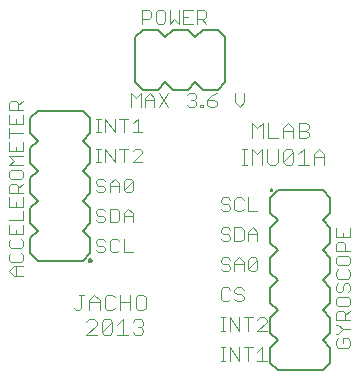
<source format=gbr>
G75*
G70*
%OFA0B0*%
%FSLAX24Y24*%
%IPPOS*%
%LPD*%
%AMOC8*
5,1,8,0,0,1.08239X$1,22.5*
%
%ADD10C,0.0040*%
%ADD11C,0.0060*%
%ADD12C,0.0050*%
D10*
X003480Y005905D02*
X003827Y006252D01*
X003827Y006339D01*
X003740Y006425D01*
X003567Y006425D01*
X003480Y006339D01*
X003571Y006730D02*
X003571Y007077D01*
X003744Y007250D01*
X003918Y007077D01*
X003918Y006730D01*
X004086Y006817D02*
X004173Y006730D01*
X004347Y006730D01*
X004433Y006817D01*
X004602Y006730D02*
X004602Y007250D01*
X004433Y007164D02*
X004347Y007250D01*
X004173Y007250D01*
X004086Y007164D01*
X004086Y006817D01*
X003918Y006990D02*
X003571Y006990D01*
X003402Y007250D02*
X003228Y007250D01*
X003315Y007250D02*
X003315Y006817D01*
X003228Y006730D01*
X003142Y006730D01*
X003055Y006817D01*
X003480Y005905D02*
X003827Y005905D01*
X003996Y005992D02*
X003996Y006339D01*
X004082Y006425D01*
X004256Y006425D01*
X004343Y006339D01*
X003996Y005992D01*
X004082Y005905D01*
X004256Y005905D01*
X004343Y005992D01*
X004343Y006339D01*
X004511Y006252D02*
X004685Y006425D01*
X004685Y005905D01*
X004858Y005905D02*
X004511Y005905D01*
X005027Y005992D02*
X005114Y005905D01*
X005287Y005905D01*
X005374Y005992D01*
X005374Y006078D01*
X005287Y006165D01*
X005200Y006165D01*
X005287Y006165D02*
X005374Y006252D01*
X005374Y006339D01*
X005287Y006425D01*
X005114Y006425D01*
X005027Y006339D01*
X004949Y006730D02*
X004949Y007250D01*
X005118Y007164D02*
X005118Y006817D01*
X005204Y006730D01*
X005378Y006730D01*
X005465Y006817D01*
X005465Y007164D01*
X005378Y007250D01*
X005204Y007250D01*
X005118Y007164D01*
X004949Y006990D02*
X004602Y006990D01*
X004496Y008655D02*
X004342Y008655D01*
X004265Y008732D01*
X004265Y009039D01*
X004342Y009115D01*
X004496Y009115D01*
X004572Y009039D01*
X004726Y009115D02*
X004726Y008655D01*
X005033Y008655D01*
X004572Y008732D02*
X004496Y008655D01*
X004112Y008732D02*
X004035Y008655D01*
X003882Y008655D01*
X003805Y008732D01*
X003882Y008885D02*
X003805Y008962D01*
X003805Y009039D01*
X003882Y009115D01*
X004035Y009115D01*
X004112Y009039D01*
X004035Y008885D02*
X003882Y008885D01*
X004035Y008885D02*
X004112Y008808D01*
X004112Y008732D01*
X004035Y009655D02*
X003882Y009655D01*
X003805Y009732D01*
X003882Y009885D02*
X003805Y009962D01*
X003805Y010039D01*
X003882Y010115D01*
X004035Y010115D01*
X004112Y010039D01*
X004265Y010115D02*
X004496Y010115D01*
X004572Y010039D01*
X004572Y009732D01*
X004496Y009655D01*
X004265Y009655D01*
X004265Y010115D01*
X004035Y009885D02*
X004112Y009808D01*
X004112Y009732D01*
X004035Y009655D01*
X004035Y009885D02*
X003882Y009885D01*
X003882Y010655D02*
X003805Y010732D01*
X003882Y010655D02*
X004035Y010655D01*
X004112Y010732D01*
X004112Y010808D01*
X004035Y010885D01*
X003882Y010885D01*
X003805Y010962D01*
X003805Y011039D01*
X003882Y011115D01*
X004035Y011115D01*
X004112Y011039D01*
X004265Y010962D02*
X004265Y010655D01*
X004265Y010885D02*
X004572Y010885D01*
X004572Y010962D02*
X004572Y010655D01*
X004726Y010732D02*
X004726Y011039D01*
X004803Y011115D01*
X004956Y011115D01*
X005033Y011039D01*
X004726Y010732D01*
X004803Y010655D01*
X004956Y010655D01*
X005033Y010732D01*
X005033Y011039D01*
X004572Y010962D02*
X004419Y011115D01*
X004265Y010962D01*
X004112Y011655D02*
X004112Y012115D01*
X004419Y011655D01*
X004419Y012115D01*
X004572Y012115D02*
X004879Y012115D01*
X004726Y012115D02*
X004726Y011655D01*
X005033Y011655D02*
X005340Y011962D01*
X005340Y012039D01*
X005263Y012115D01*
X005109Y012115D01*
X005033Y012039D01*
X005033Y011655D02*
X005340Y011655D01*
X005340Y012655D02*
X005033Y012655D01*
X005186Y012655D02*
X005186Y013115D01*
X005033Y012962D01*
X004879Y013115D02*
X004572Y013115D01*
X004419Y013115D02*
X004419Y012655D01*
X004112Y013115D01*
X004112Y012655D01*
X003958Y012655D02*
X003805Y012655D01*
X003882Y012655D02*
X003882Y013115D01*
X003958Y013115D02*
X003805Y013115D01*
X003805Y012115D02*
X003958Y012115D01*
X003882Y012115D02*
X003882Y011655D01*
X003958Y011655D02*
X003805Y011655D01*
X004726Y012655D02*
X004726Y013115D01*
X004980Y013505D02*
X004980Y013965D01*
X005133Y013812D01*
X005287Y013965D01*
X005287Y013505D01*
X005440Y013505D02*
X005440Y013812D01*
X005594Y013965D01*
X005747Y013812D01*
X005747Y013505D01*
X005901Y013505D02*
X006208Y013965D01*
X005901Y013965D02*
X006208Y013505D01*
X005747Y013735D02*
X005440Y013735D01*
X006822Y013582D02*
X006898Y013505D01*
X007052Y013505D01*
X007128Y013582D01*
X007128Y013658D01*
X007052Y013735D01*
X006975Y013735D01*
X007052Y013735D02*
X007128Y013812D01*
X007128Y013889D01*
X007052Y013965D01*
X006898Y013965D01*
X006822Y013889D01*
X007282Y013582D02*
X007359Y013582D01*
X007359Y013505D01*
X007282Y013505D01*
X007282Y013582D01*
X007512Y013582D02*
X007589Y013505D01*
X007742Y013505D01*
X007819Y013582D01*
X007819Y013658D01*
X007742Y013735D01*
X007512Y013735D01*
X007512Y013582D01*
X007512Y013735D02*
X007666Y013889D01*
X007819Y013965D01*
X008433Y013965D02*
X008433Y013658D01*
X008586Y013505D01*
X008740Y013658D01*
X008740Y013965D01*
X009005Y012975D02*
X009178Y012802D01*
X009352Y012975D01*
X009352Y012455D01*
X009521Y012455D02*
X009868Y012455D01*
X010036Y012455D02*
X010036Y012802D01*
X010210Y012975D01*
X010383Y012802D01*
X010383Y012455D01*
X010552Y012455D02*
X010812Y012455D01*
X010899Y012542D01*
X010899Y012628D01*
X010812Y012715D01*
X010552Y012715D01*
X010383Y012715D02*
X010036Y012715D01*
X009521Y012975D02*
X009521Y012455D01*
X009514Y012100D02*
X009514Y011667D01*
X009601Y011580D01*
X009775Y011580D01*
X009861Y011667D01*
X009861Y012100D01*
X010030Y012014D02*
X010117Y012100D01*
X010290Y012100D01*
X010377Y012014D01*
X010030Y011667D01*
X010117Y011580D01*
X010290Y011580D01*
X010377Y011667D01*
X010377Y012014D01*
X010546Y011927D02*
X010719Y012100D01*
X010719Y011580D01*
X010546Y011580D02*
X010893Y011580D01*
X011061Y011580D02*
X011061Y011927D01*
X011235Y012100D01*
X011408Y011927D01*
X011408Y011580D01*
X011408Y011840D02*
X011061Y011840D01*
X010552Y012455D02*
X010552Y012975D01*
X010812Y012975D01*
X010899Y012889D01*
X010899Y012802D01*
X010812Y012715D01*
X010030Y012014D02*
X010030Y011667D01*
X009346Y011580D02*
X009346Y012100D01*
X009172Y011927D01*
X008999Y012100D01*
X008999Y011580D01*
X008828Y011580D02*
X008655Y011580D01*
X008742Y011580D02*
X008742Y012100D01*
X008828Y012100D02*
X008655Y012100D01*
X009005Y012455D02*
X009005Y012975D01*
X008876Y010490D02*
X008876Y010030D01*
X009183Y010030D01*
X008722Y010107D02*
X008646Y010030D01*
X008492Y010030D01*
X008415Y010107D01*
X008415Y010414D01*
X008492Y010490D01*
X008646Y010490D01*
X008722Y010414D01*
X008262Y010414D02*
X008185Y010490D01*
X008032Y010490D01*
X007955Y010414D01*
X007955Y010337D01*
X008032Y010260D01*
X008185Y010260D01*
X008262Y010183D01*
X008262Y010107D01*
X008185Y010030D01*
X008032Y010030D01*
X007955Y010107D01*
X008032Y009490D02*
X007955Y009414D01*
X007955Y009337D01*
X008032Y009260D01*
X008185Y009260D01*
X008262Y009183D01*
X008262Y009107D01*
X008185Y009030D01*
X008032Y009030D01*
X007955Y009107D01*
X008032Y009490D02*
X008185Y009490D01*
X008262Y009414D01*
X008415Y009490D02*
X008646Y009490D01*
X008722Y009414D01*
X008722Y009107D01*
X008646Y009030D01*
X008415Y009030D01*
X008415Y009490D01*
X008876Y009337D02*
X008876Y009030D01*
X008876Y009260D02*
X009183Y009260D01*
X009183Y009337D02*
X009183Y009030D01*
X009183Y009337D02*
X009029Y009490D01*
X008876Y009337D01*
X008953Y008490D02*
X009106Y008490D01*
X009183Y008414D01*
X008876Y008107D01*
X008953Y008030D01*
X009106Y008030D01*
X009183Y008107D01*
X009183Y008414D01*
X008953Y008490D02*
X008876Y008414D01*
X008876Y008107D01*
X008722Y008030D02*
X008722Y008337D01*
X008569Y008490D01*
X008415Y008337D01*
X008415Y008030D01*
X008262Y008107D02*
X008185Y008030D01*
X008032Y008030D01*
X007955Y008107D01*
X008032Y008260D02*
X007955Y008337D01*
X007955Y008414D01*
X008032Y008490D01*
X008185Y008490D01*
X008262Y008414D01*
X008185Y008260D02*
X008262Y008183D01*
X008262Y008107D01*
X008185Y008260D02*
X008032Y008260D01*
X008415Y008260D02*
X008722Y008260D01*
X008646Y007490D02*
X008492Y007490D01*
X008415Y007414D01*
X008415Y007337D01*
X008492Y007260D01*
X008646Y007260D01*
X008722Y007183D01*
X008722Y007107D01*
X008646Y007030D01*
X008492Y007030D01*
X008415Y007107D01*
X008262Y007107D02*
X008185Y007030D01*
X008032Y007030D01*
X007955Y007107D01*
X007955Y007414D01*
X008032Y007490D01*
X008185Y007490D01*
X008262Y007414D01*
X008646Y007490D02*
X008722Y007414D01*
X008722Y006490D02*
X009029Y006490D01*
X008876Y006490D02*
X008876Y006030D01*
X009183Y006030D02*
X009490Y006337D01*
X009490Y006414D01*
X009413Y006490D01*
X009259Y006490D01*
X009183Y006414D01*
X009183Y006030D02*
X009490Y006030D01*
X009336Y005490D02*
X009336Y005030D01*
X009183Y005030D02*
X009490Y005030D01*
X009183Y005337D02*
X009336Y005490D01*
X009029Y005490D02*
X008722Y005490D01*
X008569Y005490D02*
X008569Y005030D01*
X008262Y005490D01*
X008262Y005030D01*
X008108Y005030D02*
X007955Y005030D01*
X008032Y005030D02*
X008032Y005490D01*
X008108Y005490D02*
X007955Y005490D01*
X007955Y006030D02*
X008108Y006030D01*
X008032Y006030D02*
X008032Y006490D01*
X008108Y006490D02*
X007955Y006490D01*
X008262Y006490D02*
X008262Y006030D01*
X008569Y006030D02*
X008262Y006490D01*
X008569Y006490D02*
X008569Y006030D01*
X008876Y005490D02*
X008876Y005030D01*
X011805Y005557D02*
X011881Y005480D01*
X012188Y005480D01*
X012265Y005557D01*
X012265Y005710D01*
X012188Y005787D01*
X012035Y005787D01*
X012035Y005633D01*
X011881Y005787D02*
X011805Y005710D01*
X011805Y005557D01*
X011805Y005940D02*
X011881Y005940D01*
X012035Y006094D01*
X012265Y006094D01*
X012035Y006094D02*
X011881Y006247D01*
X011805Y006247D01*
X011805Y006401D02*
X011805Y006631D01*
X011881Y006708D01*
X012035Y006708D01*
X012112Y006631D01*
X012112Y006401D01*
X012265Y006401D02*
X011805Y006401D01*
X012112Y006554D02*
X012265Y006708D01*
X012188Y006861D02*
X012265Y006938D01*
X012265Y007091D01*
X012188Y007168D01*
X011881Y007168D01*
X011805Y007091D01*
X011805Y006938D01*
X011881Y006861D01*
X012188Y006861D01*
X012188Y007322D02*
X012265Y007398D01*
X012265Y007552D01*
X012188Y007628D01*
X012112Y007628D01*
X012035Y007552D01*
X012035Y007398D01*
X011958Y007322D01*
X011881Y007322D01*
X011805Y007398D01*
X011805Y007552D01*
X011881Y007628D01*
X011881Y007782D02*
X012188Y007782D01*
X012265Y007859D01*
X012265Y008012D01*
X012188Y008089D01*
X012188Y008242D02*
X012265Y008319D01*
X012265Y008473D01*
X012188Y008549D01*
X011881Y008549D01*
X011805Y008473D01*
X011805Y008319D01*
X011881Y008242D01*
X012188Y008242D01*
X011881Y008089D02*
X011805Y008012D01*
X011805Y007859D01*
X011881Y007782D01*
X011805Y008703D02*
X011805Y008933D01*
X011881Y009010D01*
X012035Y009010D01*
X012112Y008933D01*
X012112Y008703D01*
X012265Y008703D02*
X011805Y008703D01*
X011805Y009163D02*
X012265Y009163D01*
X012265Y009470D01*
X012035Y009317D02*
X012035Y009163D01*
X011805Y009163D02*
X011805Y009470D01*
X007478Y016280D02*
X007325Y016433D01*
X007402Y016433D02*
X007172Y016433D01*
X007172Y016280D02*
X007172Y016740D01*
X007402Y016740D01*
X007478Y016664D01*
X007478Y016510D01*
X007402Y016433D01*
X007018Y016280D02*
X006711Y016280D01*
X006711Y016740D01*
X007018Y016740D01*
X006865Y016510D02*
X006711Y016510D01*
X006558Y016280D02*
X006558Y016740D01*
X006251Y016740D02*
X006251Y016280D01*
X006404Y016433D01*
X006558Y016280D01*
X006097Y016357D02*
X006021Y016280D01*
X005867Y016280D01*
X005790Y016357D01*
X005790Y016664D01*
X005867Y016740D01*
X006021Y016740D01*
X006097Y016664D01*
X006097Y016357D01*
X005637Y016510D02*
X005560Y016433D01*
X005330Y016433D01*
X005330Y016280D02*
X005330Y016740D01*
X005560Y016740D01*
X005637Y016664D01*
X005637Y016510D01*
X001365Y013712D02*
X001212Y013558D01*
X001212Y013635D02*
X001212Y013405D01*
X001365Y013405D02*
X000905Y013405D01*
X000905Y013635D01*
X000981Y013712D01*
X001135Y013712D01*
X001212Y013635D01*
X001365Y013251D02*
X001365Y012944D01*
X000905Y012944D01*
X000905Y013251D01*
X001135Y013098D02*
X001135Y012944D01*
X000905Y012791D02*
X000905Y012484D01*
X000905Y012637D02*
X001365Y012637D01*
X001365Y012330D02*
X001365Y012024D01*
X000905Y012024D01*
X000905Y012330D01*
X001135Y012177D02*
X001135Y012024D01*
X000905Y011870D02*
X001365Y011870D01*
X001365Y011563D02*
X000905Y011563D01*
X001058Y011717D01*
X000905Y011870D01*
X000981Y011410D02*
X000905Y011333D01*
X000905Y011179D01*
X000981Y011103D01*
X001288Y011103D01*
X001365Y011179D01*
X001365Y011333D01*
X001288Y011410D01*
X000981Y011410D01*
X000981Y010949D02*
X001135Y010949D01*
X001212Y010873D01*
X001212Y010642D01*
X001365Y010642D02*
X000905Y010642D01*
X000905Y010873D01*
X000981Y010949D01*
X001212Y010796D02*
X001365Y010949D01*
X001365Y010489D02*
X001365Y010182D01*
X000905Y010182D01*
X000905Y010489D01*
X001135Y010335D02*
X001135Y010182D01*
X001365Y010028D02*
X001365Y009722D01*
X000905Y009722D01*
X000905Y009568D02*
X000905Y009261D01*
X001365Y009261D01*
X001365Y009568D01*
X001135Y009415D02*
X001135Y009261D01*
X001288Y009108D02*
X001365Y009031D01*
X001365Y008878D01*
X001288Y008801D01*
X000981Y008801D01*
X000905Y008878D01*
X000905Y009031D01*
X000981Y009108D01*
X000981Y008647D02*
X000905Y008571D01*
X000905Y008417D01*
X000981Y008340D01*
X001288Y008340D01*
X001365Y008417D01*
X001365Y008571D01*
X001288Y008647D01*
X001365Y008187D02*
X001058Y008187D01*
X000905Y008033D01*
X001058Y007880D01*
X001365Y007880D01*
X001135Y007880D02*
X001135Y008187D01*
X004726Y009655D02*
X004726Y009962D01*
X004879Y010115D01*
X005033Y009962D01*
X005033Y009655D01*
X005033Y009885D02*
X004726Y009885D01*
D11*
X003610Y009635D02*
X003360Y009385D01*
X003610Y009135D01*
X003610Y008635D01*
X003360Y008385D01*
X001860Y008385D01*
X001610Y008635D01*
X001610Y009135D01*
X001860Y009385D01*
X001610Y009635D01*
X001610Y010135D01*
X001860Y010385D01*
X001610Y010635D01*
X001610Y011135D01*
X001860Y011385D01*
X001610Y011635D01*
X001610Y012135D01*
X001860Y012385D01*
X001610Y012635D01*
X001610Y013135D01*
X001860Y013385D01*
X003360Y013385D01*
X003610Y013135D01*
X003610Y012635D01*
X003360Y012385D01*
X003610Y012135D01*
X003610Y011635D01*
X003360Y011385D01*
X003610Y011135D01*
X003610Y010635D01*
X003360Y010385D01*
X003610Y010135D01*
X003610Y009635D01*
X005360Y014085D02*
X005110Y014335D01*
X005110Y015835D01*
X005360Y016085D01*
X005860Y016085D01*
X006110Y015835D01*
X006360Y016085D01*
X006860Y016085D01*
X007110Y015835D01*
X007360Y016085D01*
X007860Y016085D01*
X008110Y015835D01*
X008110Y014335D01*
X007860Y014085D01*
X007360Y014085D01*
X007110Y014335D01*
X006860Y014085D01*
X006360Y014085D01*
X006110Y014335D01*
X005860Y014085D01*
X005360Y014085D01*
X009610Y010485D02*
X009610Y009985D01*
X009860Y009735D01*
X009610Y009485D01*
X009610Y008985D01*
X009860Y008735D01*
X009610Y008485D01*
X009610Y007985D01*
X009860Y007735D01*
X009610Y007485D01*
X009610Y006985D01*
X009860Y006735D01*
X009610Y006485D01*
X009610Y005985D01*
X009860Y005735D01*
X009610Y005485D01*
X009610Y004985D01*
X009860Y004735D01*
X011360Y004735D01*
X011610Y004985D01*
X011610Y005485D01*
X011360Y005735D01*
X011610Y005985D01*
X011610Y006485D01*
X011360Y006735D01*
X011610Y006985D01*
X011610Y007485D01*
X011360Y007735D01*
X011610Y007985D01*
X011610Y008485D01*
X011360Y008735D01*
X011610Y008985D01*
X011610Y009485D01*
X011360Y009735D01*
X011610Y009985D01*
X011610Y010485D01*
X011360Y010735D01*
X009860Y010735D01*
X009610Y010485D01*
D12*
X009618Y010735D02*
X009620Y010744D01*
X009625Y010751D01*
X009633Y010756D01*
X009642Y010757D01*
X009651Y010754D01*
X009658Y010748D01*
X009662Y010740D01*
X009662Y010730D01*
X009658Y010722D01*
X009651Y010716D01*
X009642Y010713D01*
X009633Y010714D01*
X009625Y010719D01*
X009620Y010726D01*
X009618Y010735D01*
X003560Y008385D02*
X003562Y008398D01*
X003567Y008411D01*
X003576Y008422D01*
X003587Y008429D01*
X003600Y008434D01*
X003613Y008435D01*
X003627Y008432D01*
X003639Y008426D01*
X003649Y008417D01*
X003656Y008405D01*
X003660Y008392D01*
X003660Y008378D01*
X003656Y008365D01*
X003649Y008353D01*
X003639Y008344D01*
X003627Y008338D01*
X003613Y008335D01*
X003600Y008336D01*
X003587Y008341D01*
X003576Y008348D01*
X003567Y008359D01*
X003562Y008372D01*
X003560Y008385D01*
M02*

</source>
